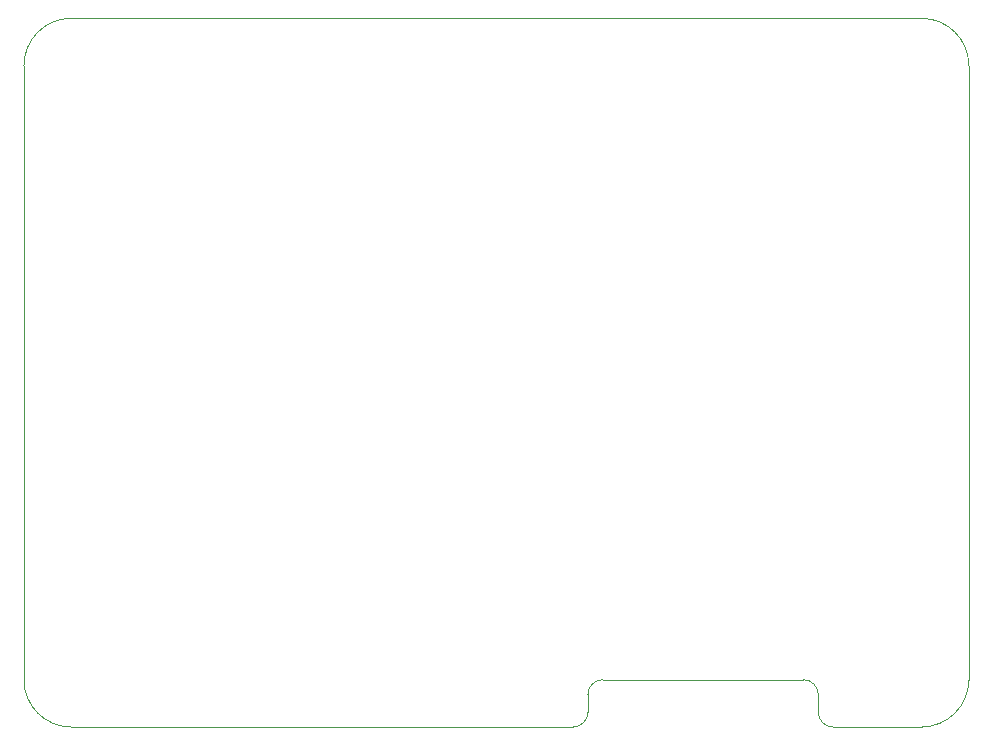
<source format=gbr>
%TF.GenerationSoftware,KiCad,Pcbnew,(5.1.10)-1*%
%TF.CreationDate,2021-08-08T16:35:40+05:30*%
%TF.ProjectId,Multislope IIA,4d756c74-6973-46c6-9f70-65204949412e,rev?*%
%TF.SameCoordinates,Original*%
%TF.FileFunction,Profile,NP*%
%FSLAX46Y46*%
G04 Gerber Fmt 4.6, Leading zero omitted, Abs format (unit mm)*
G04 Created by KiCad (PCBNEW (5.1.10)-1) date 2021-08-08 16:35:40*
%MOMM*%
%LPD*%
G01*
G04 APERTURE LIST*
%TA.AperFunction,Profile*%
%ADD10C,0.050000*%
%TD*%
G04 APERTURE END LIST*
D10*
X177250000Y-127250000D02*
X177250000Y-128750000D01*
X157750000Y-127250000D02*
X157750000Y-128750000D01*
X176000000Y-126000000D02*
G75*
G02*
X177250000Y-127250000I0J-1250000D01*
G01*
X157750000Y-127250000D02*
G75*
G02*
X159000000Y-126000000I1250000J0D01*
G01*
X178500000Y-130000000D02*
G75*
G02*
X177250000Y-128750000I0J1250000D01*
G01*
X157750000Y-128750000D02*
G75*
G02*
X156500000Y-130000000I-1250000J0D01*
G01*
X114000000Y-130000000D02*
X156500000Y-130000000D01*
X186000000Y-130000000D02*
X178500000Y-130000000D01*
X159000000Y-126000000D02*
X176000000Y-126000000D01*
X186000000Y-70000000D02*
G75*
G02*
X190000000Y-74000000I0J-4000000D01*
G01*
X190000000Y-126000000D02*
G75*
G02*
X186000000Y-130000000I-4000000J0D01*
G01*
X114000000Y-130000000D02*
G75*
G02*
X110000000Y-126000000I0J4000000D01*
G01*
X110000000Y-74000000D02*
G75*
G02*
X114000000Y-70000000I4000000J0D01*
G01*
X110000000Y-126000000D02*
X110000000Y-74000000D01*
X190000000Y-74000000D02*
X190000000Y-126000000D01*
X114000000Y-70000000D02*
X186000000Y-70000000D01*
M02*

</source>
